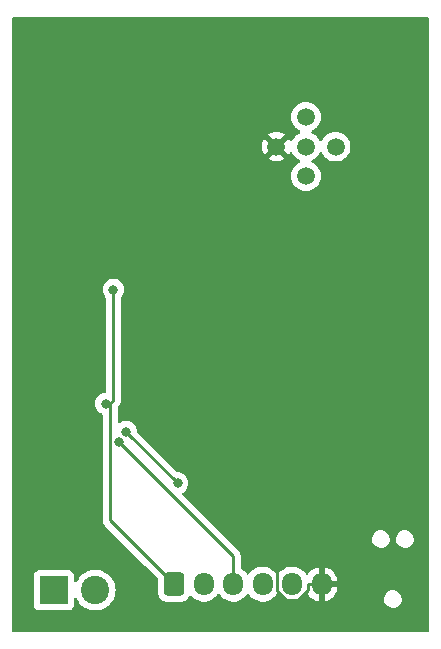
<source format=gbr>
G04 #@! TF.GenerationSoftware,KiCad,Pcbnew,7.0.5*
G04 #@! TF.CreationDate,2023-07-03T11:33:58+02:00*
G04 #@! TF.ProjectId,STM32CAN,53544d33-3243-4414-9e2e-6b696361645f,rev?*
G04 #@! TF.SameCoordinates,Original*
G04 #@! TF.FileFunction,Copper,L2,Bot*
G04 #@! TF.FilePolarity,Positive*
%FSLAX46Y46*%
G04 Gerber Fmt 4.6, Leading zero omitted, Abs format (unit mm)*
G04 Created by KiCad (PCBNEW 7.0.5) date 2023-07-03 11:33:58*
%MOMM*%
%LPD*%
G01*
G04 APERTURE LIST*
G04 Aperture macros list*
%AMRoundRect*
0 Rectangle with rounded corners*
0 $1 Rounding radius*
0 $2 $3 $4 $5 $6 $7 $8 $9 X,Y pos of 4 corners*
0 Add a 4 corners polygon primitive as box body*
4,1,4,$2,$3,$4,$5,$6,$7,$8,$9,$2,$3,0*
0 Add four circle primitives for the rounded corners*
1,1,$1+$1,$2,$3*
1,1,$1+$1,$4,$5*
1,1,$1+$1,$6,$7*
1,1,$1+$1,$8,$9*
0 Add four rect primitives between the rounded corners*
20,1,$1+$1,$2,$3,$4,$5,0*
20,1,$1+$1,$4,$5,$6,$7,0*
20,1,$1+$1,$6,$7,$8,$9,0*
20,1,$1+$1,$8,$9,$2,$3,0*%
G04 Aperture macros list end*
G04 #@! TA.AperFunction,ComponentPad*
%ADD10RoundRect,0.250000X-0.600000X-0.725000X0.600000X-0.725000X0.600000X0.725000X-0.600000X0.725000X0*%
G04 #@! TD*
G04 #@! TA.AperFunction,ComponentPad*
%ADD11O,1.700000X1.950000*%
G04 #@! TD*
G04 #@! TA.AperFunction,ComponentPad*
%ADD12R,2.400000X2.400000*%
G04 #@! TD*
G04 #@! TA.AperFunction,ComponentPad*
%ADD13C,2.400000*%
G04 #@! TD*
G04 #@! TA.AperFunction,ComponentPad*
%ADD14C,1.500000*%
G04 #@! TD*
G04 #@! TA.AperFunction,ViaPad*
%ADD15C,0.800000*%
G04 #@! TD*
G04 #@! TA.AperFunction,Conductor*
%ADD16C,0.250000*%
G04 #@! TD*
G04 APERTURE END LIST*
D10*
X29210000Y-99822000D03*
D11*
X31710000Y-99822000D03*
X34210000Y-99822000D03*
X36710000Y-99822000D03*
X39210000Y-99822000D03*
X41710000Y-99822000D03*
D12*
X19050000Y-100330000D03*
D13*
X22550000Y-100330000D03*
D14*
X42886000Y-62778000D03*
X40386000Y-60278000D03*
X37886000Y-62778000D03*
X40386000Y-65278000D03*
X40386000Y-62778000D03*
D15*
X28702000Y-74422000D03*
X19304000Y-76708000D03*
X17780000Y-81534000D03*
X16510000Y-102362000D03*
X16510000Y-87884000D03*
X16764000Y-72136000D03*
X24638000Y-72136000D03*
X38100000Y-74930000D03*
X33020000Y-53086000D03*
X33020000Y-56388000D03*
X16764000Y-53086000D03*
X49276000Y-53086000D03*
X42672000Y-92202000D03*
X41402000Y-78486000D03*
X49530000Y-74930000D03*
X49784000Y-92456000D03*
X49784000Y-102362000D03*
X25654000Y-102362000D03*
X40132000Y-96266000D03*
X36322000Y-80772000D03*
X32512000Y-86360000D03*
X35560000Y-91948000D03*
X24542500Y-87767600D03*
X29513500Y-91279100D03*
X25159800Y-86925400D03*
X26118000Y-84275000D03*
X23444000Y-84535800D03*
X24077100Y-74898000D03*
D16*
X34210000Y-97435100D02*
X24542500Y-87767600D01*
X34210000Y-99822000D02*
X34210000Y-97435100D01*
X25159800Y-86925400D02*
X29513500Y-91279100D01*
X37960000Y-96117000D02*
X26118000Y-84275000D01*
X37960000Y-100411000D02*
X37960000Y-96117000D01*
X38677800Y-101128800D02*
X37960000Y-100411000D01*
X39742100Y-101128800D02*
X38677800Y-101128800D01*
X40534700Y-100336200D02*
X39742100Y-101128800D01*
X40534700Y-99822000D02*
X40534700Y-100336200D01*
X41710000Y-99822000D02*
X40534700Y-99822000D01*
X25375200Y-75288800D02*
X37886000Y-62778000D01*
X25375200Y-81941800D02*
X25375200Y-75288800D01*
X26389600Y-82956200D02*
X25375200Y-81941800D01*
X26389600Y-84003400D02*
X26389600Y-82956200D01*
X26118000Y-84275000D02*
X26389600Y-84003400D01*
X23809100Y-94421100D02*
X23809100Y-84535800D01*
X29210000Y-99822000D02*
X23809100Y-94421100D01*
X23809100Y-84535800D02*
X23444000Y-84535800D01*
X24077100Y-84267800D02*
X24077100Y-74898000D01*
X23809100Y-84535800D02*
X24077100Y-84267800D01*
G04 #@! TA.AperFunction,Conductor*
G36*
X50743039Y-51835685D02*
G01*
X50788794Y-51888489D01*
X50800000Y-51940000D01*
X50800000Y-103762000D01*
X50780315Y-103829039D01*
X50727511Y-103874794D01*
X50676000Y-103886000D01*
X15618000Y-103886000D01*
X15550961Y-103866315D01*
X15505206Y-103813511D01*
X15494000Y-103762000D01*
X15494000Y-101578654D01*
X17341500Y-101578654D01*
X17348011Y-101639202D01*
X17348011Y-101639204D01*
X17394256Y-101763187D01*
X17399111Y-101776204D01*
X17486739Y-101893261D01*
X17603796Y-101980889D01*
X17740799Y-102031989D01*
X17768050Y-102034918D01*
X17801345Y-102038499D01*
X17801362Y-102038500D01*
X20298638Y-102038500D01*
X20298654Y-102038499D01*
X20325692Y-102035591D01*
X20359201Y-102031989D01*
X20496204Y-101980889D01*
X20613261Y-101893261D01*
X20700889Y-101776204D01*
X20751989Y-101639201D01*
X20755591Y-101605692D01*
X20758499Y-101578654D01*
X20758500Y-101578637D01*
X20758500Y-101097140D01*
X20778185Y-101030101D01*
X20830989Y-100984346D01*
X20900147Y-100974402D01*
X20963703Y-101003427D01*
X20997927Y-101051836D01*
X21006378Y-101073369D01*
X21006380Y-101073373D01*
X21026364Y-101107986D01*
X21134413Y-101295131D01*
X21209659Y-101389487D01*
X21294072Y-101495338D01*
X21449121Y-101639201D01*
X21481781Y-101669505D01*
X21693355Y-101813754D01*
X21693360Y-101813756D01*
X21693361Y-101813757D01*
X21693362Y-101813758D01*
X21743700Y-101837999D01*
X21924061Y-101924856D01*
X21924062Y-101924856D01*
X21924065Y-101924858D01*
X22168757Y-102000335D01*
X22168758Y-102000335D01*
X22168761Y-102000336D01*
X22421958Y-102038499D01*
X22421963Y-102038499D01*
X22421966Y-102038500D01*
X22421967Y-102038500D01*
X22678033Y-102038500D01*
X22678034Y-102038500D01*
X22721232Y-102031989D01*
X22931238Y-102000336D01*
X22931239Y-102000335D01*
X22931243Y-102000335D01*
X23175935Y-101924858D01*
X23406646Y-101813754D01*
X23618219Y-101669505D01*
X23805931Y-101495334D01*
X23965587Y-101295131D01*
X24093622Y-101073369D01*
X24187174Y-100835001D01*
X24244155Y-100585353D01*
X24244156Y-100585343D01*
X24263291Y-100330004D01*
X24263291Y-100329995D01*
X24244156Y-100074656D01*
X24244155Y-100074651D01*
X24244155Y-100074647D01*
X24187174Y-99824999D01*
X24093622Y-99586631D01*
X23965587Y-99364869D01*
X23805931Y-99164666D01*
X23805930Y-99164665D01*
X23805927Y-99164661D01*
X23663027Y-99032071D01*
X23618219Y-98990495D01*
X23547932Y-98942574D01*
X23406649Y-98846248D01*
X23406638Y-98846241D01*
X23175940Y-98735144D01*
X23175921Y-98735137D01*
X22931248Y-98659666D01*
X22931238Y-98659663D01*
X22678041Y-98621500D01*
X22678034Y-98621500D01*
X22421966Y-98621500D01*
X22421958Y-98621500D01*
X22168761Y-98659663D01*
X22168755Y-98659665D01*
X21924061Y-98735143D01*
X21693362Y-98846241D01*
X21693361Y-98846242D01*
X21481780Y-98990495D01*
X21294072Y-99164661D01*
X21134413Y-99364869D01*
X21006378Y-99586630D01*
X20997928Y-99608161D01*
X20955112Y-99663375D01*
X20889242Y-99686676D01*
X20821232Y-99670665D01*
X20772673Y-99620427D01*
X20758500Y-99562859D01*
X20758500Y-99081362D01*
X20758499Y-99081345D01*
X20755157Y-99050270D01*
X20751989Y-99020799D01*
X20751946Y-99020685D01*
X20719434Y-98933517D01*
X20700889Y-98883796D01*
X20613261Y-98766739D01*
X20496204Y-98679111D01*
X20481225Y-98673524D01*
X20359203Y-98628011D01*
X20298654Y-98621500D01*
X20298638Y-98621500D01*
X17801362Y-98621500D01*
X17801345Y-98621500D01*
X17740797Y-98628011D01*
X17740795Y-98628011D01*
X17603795Y-98679111D01*
X17486739Y-98766739D01*
X17399111Y-98883795D01*
X17348011Y-99020795D01*
X17348011Y-99020797D01*
X17341500Y-99081345D01*
X17341500Y-101578654D01*
X15494000Y-101578654D01*
X15494000Y-84535800D01*
X22530496Y-84535800D01*
X22550458Y-84725728D01*
X22550459Y-84725731D01*
X22609470Y-84907349D01*
X22609473Y-84907356D01*
X22704960Y-85072744D01*
X22832747Y-85214666D01*
X22987248Y-85326918D01*
X23102038Y-85378025D01*
X23155272Y-85423273D01*
X23175594Y-85490122D01*
X23175600Y-85491303D01*
X23175600Y-94337466D01*
X23173861Y-94353213D01*
X23174132Y-94353239D01*
X23173397Y-94361006D01*
X23175569Y-94430090D01*
X23175600Y-94432038D01*
X23175600Y-94460959D01*
X23176484Y-94467956D01*
X23176942Y-94473779D01*
X23178426Y-94520989D01*
X23178427Y-94520991D01*
X23184122Y-94540595D01*
X23188067Y-94559642D01*
X23190626Y-94579897D01*
X23190627Y-94579900D01*
X23190628Y-94579903D01*
X23208014Y-94623816D01*
X23209906Y-94629344D01*
X23223081Y-94674692D01*
X23233472Y-94692262D01*
X23242032Y-94709735D01*
X23249547Y-94728717D01*
X23277309Y-94766927D01*
X23280516Y-94771810D01*
X23304558Y-94812462D01*
X23304562Y-94812466D01*
X23318989Y-94826893D01*
X23331626Y-94841688D01*
X23343628Y-94858207D01*
X23380031Y-94888322D01*
X23384331Y-94892235D01*
X26794276Y-98302181D01*
X27815181Y-99323086D01*
X27848666Y-99384409D01*
X27851500Y-99410767D01*
X27851500Y-100597537D01*
X27851501Y-100597553D01*
X27862113Y-100701427D01*
X27917884Y-100869735D01*
X27917886Y-100869740D01*
X27922110Y-100876588D01*
X28010970Y-101020652D01*
X28136348Y-101146030D01*
X28287262Y-101239115D01*
X28455574Y-101294887D01*
X28559455Y-101305500D01*
X29860544Y-101305499D01*
X29964426Y-101294887D01*
X30132738Y-101239115D01*
X30283652Y-101146030D01*
X30409030Y-101020652D01*
X30500417Y-100872489D01*
X30552363Y-100825768D01*
X30621326Y-100814545D01*
X30685408Y-100842389D01*
X30695468Y-100851780D01*
X30809228Y-100970476D01*
X30995153Y-101107985D01*
X31201643Y-101212095D01*
X31422757Y-101279811D01*
X31652135Y-101309184D01*
X31883178Y-101299369D01*
X32109238Y-101250649D01*
X32323813Y-101164426D01*
X32520730Y-101043179D01*
X32694324Y-100890398D01*
X32839600Y-100710476D01*
X32853030Y-100686434D01*
X32902906Y-100637509D01*
X32971318Y-100623314D01*
X33036545Y-100648359D01*
X33064019Y-100677470D01*
X33149209Y-100803512D01*
X33149212Y-100803516D01*
X33149217Y-100803523D01*
X33309228Y-100970476D01*
X33495153Y-101107985D01*
X33701643Y-101212095D01*
X33922757Y-101279811D01*
X34152135Y-101309184D01*
X34383178Y-101299369D01*
X34609238Y-101250649D01*
X34823813Y-101164426D01*
X35020730Y-101043179D01*
X35194324Y-100890398D01*
X35339600Y-100710476D01*
X35353030Y-100686434D01*
X35402906Y-100637509D01*
X35471318Y-100623314D01*
X35536545Y-100648359D01*
X35564019Y-100677470D01*
X35649209Y-100803512D01*
X35649212Y-100803516D01*
X35649217Y-100803523D01*
X35809228Y-100970476D01*
X35995153Y-101107985D01*
X36201643Y-101212095D01*
X36422757Y-101279811D01*
X36652135Y-101309184D01*
X36883178Y-101299369D01*
X37109238Y-101250649D01*
X37323813Y-101164426D01*
X37520730Y-101043179D01*
X37694324Y-100890398D01*
X37839600Y-100710476D01*
X37853030Y-100686434D01*
X37902906Y-100637509D01*
X37971318Y-100623314D01*
X38036545Y-100648359D01*
X38064019Y-100677470D01*
X38149209Y-100803512D01*
X38149212Y-100803516D01*
X38149217Y-100803523D01*
X38309228Y-100970476D01*
X38495153Y-101107985D01*
X38701643Y-101212095D01*
X38922757Y-101279811D01*
X39152135Y-101309184D01*
X39383178Y-101299369D01*
X39609238Y-101250649D01*
X39823813Y-101164426D01*
X40020730Y-101043179D01*
X40194324Y-100890398D01*
X40339600Y-100710476D01*
X40357199Y-100678971D01*
X40407079Y-100630044D01*
X40475492Y-100615851D01*
X40540718Y-100640898D01*
X40567029Y-100668321D01*
X40671886Y-100818073D01*
X40671891Y-100818079D01*
X40838917Y-100985105D01*
X41032421Y-101120600D01*
X41246507Y-101220429D01*
X41246516Y-101220433D01*
X41460000Y-101277634D01*
X41460000Y-100230018D01*
X41574801Y-100282446D01*
X41676025Y-100297000D01*
X41743975Y-100297000D01*
X41845199Y-100282446D01*
X41960000Y-100230018D01*
X41960000Y-101277633D01*
X42173483Y-101220433D01*
X42173492Y-101220429D01*
X42355257Y-101135671D01*
X47002192Y-101135671D01*
X47032136Y-101305500D01*
X47032474Y-101307412D01*
X47101547Y-101467539D01*
X47205685Y-101607422D01*
X47205686Y-101607423D01*
X47205688Y-101607425D01*
X47277118Y-101667361D01*
X47339275Y-101719517D01*
X47495116Y-101797783D01*
X47664805Y-101838000D01*
X47664807Y-101838000D01*
X47795448Y-101838000D01*
X47795455Y-101838000D01*
X47925211Y-101822834D01*
X48089084Y-101763189D01*
X48234784Y-101667360D01*
X48354458Y-101540513D01*
X48441653Y-101389487D01*
X48491668Y-101222423D01*
X48501808Y-101048329D01*
X48471526Y-100876588D01*
X48402453Y-100716461D01*
X48298315Y-100576578D01*
X48298312Y-100576576D01*
X48298311Y-100576574D01*
X48164725Y-100464483D01*
X48164723Y-100464482D01*
X48008887Y-100386218D01*
X48008885Y-100386217D01*
X48008884Y-100386217D01*
X47839195Y-100346000D01*
X47708545Y-100346000D01*
X47607623Y-100357795D01*
X47578787Y-100361166D01*
X47578785Y-100361167D01*
X47414917Y-100420810D01*
X47414913Y-100420812D01*
X47269218Y-100516637D01*
X47269217Y-100516638D01*
X47149543Y-100643485D01*
X47149539Y-100643490D01*
X47062347Y-100794511D01*
X47012333Y-100961573D01*
X47012331Y-100961581D01*
X47002192Y-101135670D01*
X47002192Y-101135671D01*
X42355257Y-101135671D01*
X42387577Y-101120600D01*
X42387579Y-101120599D01*
X42581073Y-100985113D01*
X42581079Y-100985108D01*
X42748108Y-100818079D01*
X42748113Y-100818073D01*
X42883599Y-100624579D01*
X42883600Y-100624577D01*
X42983429Y-100410492D01*
X42983433Y-100410483D01*
X43044567Y-100182326D01*
X43044569Y-100182316D01*
X43054221Y-100072000D01*
X42113969Y-100072000D01*
X42146519Y-100021351D01*
X42185000Y-99890295D01*
X42185000Y-99753705D01*
X42146519Y-99622649D01*
X42113969Y-99572000D01*
X43054221Y-99572000D01*
X43044569Y-99461683D01*
X43044567Y-99461673D01*
X42983433Y-99233516D01*
X42983429Y-99233507D01*
X42883600Y-99019422D01*
X42883599Y-99019420D01*
X42748113Y-98825926D01*
X42748108Y-98825920D01*
X42581082Y-98658894D01*
X42387578Y-98523399D01*
X42173492Y-98423570D01*
X42173486Y-98423567D01*
X41960000Y-98366364D01*
X41960000Y-99413981D01*
X41845199Y-99361554D01*
X41743975Y-99347000D01*
X41676025Y-99347000D01*
X41574801Y-99361554D01*
X41460000Y-99413981D01*
X41460000Y-98366364D01*
X41459999Y-98366364D01*
X41246513Y-98423567D01*
X41246507Y-98423570D01*
X41032422Y-98523399D01*
X41032420Y-98523400D01*
X40838926Y-98658886D01*
X40838920Y-98658891D01*
X40671891Y-98825920D01*
X40671890Y-98825922D01*
X40566166Y-98976911D01*
X40511589Y-99020536D01*
X40442090Y-99027728D01*
X40379736Y-98996206D01*
X40361856Y-98975224D01*
X40270790Y-98840486D01*
X40270786Y-98840481D01*
X40270783Y-98840477D01*
X40110772Y-98673524D01*
X39924847Y-98536015D01*
X39924846Y-98536014D01*
X39924844Y-98536013D01*
X39718358Y-98431905D01*
X39590888Y-98392867D01*
X39497243Y-98364189D01*
X39497241Y-98364188D01*
X39497242Y-98364188D01*
X39267859Y-98334815D01*
X39036827Y-98344630D01*
X39036821Y-98344630D01*
X38810759Y-98393351D01*
X38596190Y-98479572D01*
X38399270Y-98600820D01*
X38225679Y-98753599D01*
X38225672Y-98753605D01*
X38080404Y-98933517D01*
X38080397Y-98933527D01*
X38066968Y-98957567D01*
X38017089Y-99006493D01*
X37948675Y-99020685D01*
X37883450Y-98995637D01*
X37855980Y-98966529D01*
X37770790Y-98840487D01*
X37770788Y-98840485D01*
X37770783Y-98840477D01*
X37610772Y-98673524D01*
X37424847Y-98536015D01*
X37424846Y-98536014D01*
X37424844Y-98536013D01*
X37218358Y-98431905D01*
X37090888Y-98392867D01*
X36997243Y-98364189D01*
X36997241Y-98364188D01*
X36997242Y-98364188D01*
X36767859Y-98334815D01*
X36536827Y-98344630D01*
X36536821Y-98344630D01*
X36310759Y-98393351D01*
X36096190Y-98479572D01*
X35899270Y-98600820D01*
X35725679Y-98753599D01*
X35725672Y-98753605D01*
X35580404Y-98933517D01*
X35580397Y-98933527D01*
X35566968Y-98957567D01*
X35517089Y-99006493D01*
X35448675Y-99020685D01*
X35383450Y-98995637D01*
X35355980Y-98966529D01*
X35270790Y-98840487D01*
X35270788Y-98840485D01*
X35270783Y-98840477D01*
X35110772Y-98673524D01*
X35012471Y-98600821D01*
X34924853Y-98536019D01*
X34924851Y-98536018D01*
X34924847Y-98536015D01*
X34911672Y-98529372D01*
X34860675Y-98481615D01*
X34843500Y-98418651D01*
X34843500Y-97518732D01*
X34845239Y-97502980D01*
X34844968Y-97502955D01*
X34845702Y-97495193D01*
X34843531Y-97426095D01*
X34843500Y-97424147D01*
X34843500Y-97395247D01*
X34843500Y-97395244D01*
X34842614Y-97388241D01*
X34842157Y-97382422D01*
X34840674Y-97335213D01*
X34840674Y-97335211D01*
X34834974Y-97315592D01*
X34831031Y-97296546D01*
X34828474Y-97276304D01*
X34828474Y-97276303D01*
X34811081Y-97232374D01*
X34809204Y-97226892D01*
X34796019Y-97181507D01*
X34785620Y-97163924D01*
X34777066Y-97146463D01*
X34769552Y-97127483D01*
X34741793Y-97089276D01*
X34738586Y-97084394D01*
X34714544Y-97043741D01*
X34714543Y-97043740D01*
X34714542Y-97043738D01*
X34700108Y-97029304D01*
X34687471Y-97014509D01*
X34675472Y-96997993D01*
X34675470Y-96997990D01*
X34639073Y-96967881D01*
X34634751Y-96963947D01*
X33726475Y-96055671D01*
X45986192Y-96055671D01*
X46001487Y-96142418D01*
X46016474Y-96227412D01*
X46085547Y-96387539D01*
X46189685Y-96527422D01*
X46189686Y-96527423D01*
X46189688Y-96527425D01*
X46261118Y-96587361D01*
X46323275Y-96639517D01*
X46479116Y-96717783D01*
X46648805Y-96758000D01*
X46648807Y-96758000D01*
X46779448Y-96758000D01*
X46779455Y-96758000D01*
X46909211Y-96742834D01*
X47073084Y-96683189D01*
X47218784Y-96587360D01*
X47338458Y-96460513D01*
X47425653Y-96309487D01*
X47475668Y-96142423D01*
X47480721Y-96055671D01*
X48018192Y-96055671D01*
X48033487Y-96142418D01*
X48048474Y-96227412D01*
X48117547Y-96387539D01*
X48221685Y-96527422D01*
X48221686Y-96527423D01*
X48221688Y-96527425D01*
X48293118Y-96587361D01*
X48355275Y-96639517D01*
X48511116Y-96717783D01*
X48680805Y-96758000D01*
X48680807Y-96758000D01*
X48811448Y-96758000D01*
X48811455Y-96758000D01*
X48941211Y-96742834D01*
X49105084Y-96683189D01*
X49250784Y-96587360D01*
X49370458Y-96460513D01*
X49457653Y-96309487D01*
X49507668Y-96142423D01*
X49517808Y-95968329D01*
X49487526Y-95796588D01*
X49418453Y-95636461D01*
X49314315Y-95496578D01*
X49314312Y-95496576D01*
X49314311Y-95496574D01*
X49180725Y-95384483D01*
X49180723Y-95384482D01*
X49024887Y-95306218D01*
X49024885Y-95306217D01*
X49024884Y-95306217D01*
X48855195Y-95266000D01*
X48724545Y-95266000D01*
X48623623Y-95277795D01*
X48594787Y-95281166D01*
X48594785Y-95281167D01*
X48430917Y-95340810D01*
X48430913Y-95340812D01*
X48285218Y-95436637D01*
X48285217Y-95436638D01*
X48165543Y-95563485D01*
X48165539Y-95563490D01*
X48078347Y-95714511D01*
X48028333Y-95881573D01*
X48028331Y-95881581D01*
X48018192Y-96055670D01*
X48018192Y-96055671D01*
X47480721Y-96055671D01*
X47485808Y-95968329D01*
X47455526Y-95796588D01*
X47386453Y-95636461D01*
X47282315Y-95496578D01*
X47282312Y-95496576D01*
X47282311Y-95496574D01*
X47148725Y-95384483D01*
X47148723Y-95384482D01*
X46992887Y-95306218D01*
X46992885Y-95306217D01*
X46992884Y-95306217D01*
X46823195Y-95266000D01*
X46692545Y-95266000D01*
X46591623Y-95277795D01*
X46562787Y-95281166D01*
X46562785Y-95281167D01*
X46398917Y-95340810D01*
X46398913Y-95340812D01*
X46253218Y-95436637D01*
X46253217Y-95436638D01*
X46133543Y-95563485D01*
X46133539Y-95563490D01*
X46046347Y-95714511D01*
X45996333Y-95881573D01*
X45996331Y-95881581D01*
X45986192Y-96055670D01*
X45986192Y-96055671D01*
X33726475Y-96055671D01*
X29939194Y-92268390D01*
X29905709Y-92207067D01*
X29910693Y-92137375D01*
X29952565Y-92081442D01*
X29964880Y-92073319D01*
X29970240Y-92070223D01*
X29970252Y-92070218D01*
X30124753Y-91957966D01*
X30252540Y-91816044D01*
X30348027Y-91650656D01*
X30407042Y-91469028D01*
X30427004Y-91279100D01*
X30407042Y-91089172D01*
X30348027Y-90907544D01*
X30252540Y-90742156D01*
X30124753Y-90600234D01*
X29970252Y-90487982D01*
X29795788Y-90410306D01*
X29795786Y-90410305D01*
X29608987Y-90370600D01*
X29552266Y-90370600D01*
X29485227Y-90350915D01*
X29464585Y-90334281D01*
X26106420Y-86976115D01*
X26072935Y-86914792D01*
X26070782Y-86901412D01*
X26053342Y-86735472D01*
X25994327Y-86553844D01*
X25898840Y-86388456D01*
X25771053Y-86246534D01*
X25616552Y-86134282D01*
X25442088Y-86056606D01*
X25442086Y-86056605D01*
X25255287Y-86016900D01*
X25064313Y-86016900D01*
X24877514Y-86056605D01*
X24703046Y-86134283D01*
X24639486Y-86180463D01*
X24573679Y-86203943D01*
X24505625Y-86188118D01*
X24456931Y-86138012D01*
X24442600Y-86080145D01*
X24442600Y-84852497D01*
X24462285Y-84785458D01*
X24479438Y-84766113D01*
X24478775Y-84765491D01*
X24498693Y-84744277D01*
X24531493Y-84709349D01*
X24532765Y-84708037D01*
X24553234Y-84687570D01*
X24557563Y-84681987D01*
X24561342Y-84677563D01*
X24593686Y-84643121D01*
X24603523Y-84625224D01*
X24614197Y-84608974D01*
X24626713Y-84592841D01*
X24645472Y-84549489D01*
X24648033Y-84544262D01*
X24670795Y-84502860D01*
X24675874Y-84483074D01*
X24682172Y-84464682D01*
X24690281Y-84445945D01*
X24697669Y-84399297D01*
X24698851Y-84393586D01*
X24710600Y-84347830D01*
X24710600Y-84327414D01*
X24712127Y-84308014D01*
X24715320Y-84287857D01*
X24710875Y-84240833D01*
X24710600Y-84234995D01*
X24710600Y-75599756D01*
X24730285Y-75532717D01*
X24742446Y-75516788D01*
X24816140Y-75434944D01*
X24911627Y-75269556D01*
X24970642Y-75087928D01*
X24990604Y-74898000D01*
X24970642Y-74708072D01*
X24911627Y-74526444D01*
X24816140Y-74361056D01*
X24688353Y-74219134D01*
X24533852Y-74106882D01*
X24359388Y-74029206D01*
X24359386Y-74029205D01*
X24172587Y-73989500D01*
X23981613Y-73989500D01*
X23794814Y-74029205D01*
X23620346Y-74106883D01*
X23465845Y-74219135D01*
X23338059Y-74361057D01*
X23242573Y-74526443D01*
X23242570Y-74526450D01*
X23183559Y-74708068D01*
X23183558Y-74708072D01*
X23163596Y-74898000D01*
X23183558Y-75087928D01*
X23183559Y-75087931D01*
X23242570Y-75269549D01*
X23242573Y-75269556D01*
X23338060Y-75434944D01*
X23403922Y-75508091D01*
X23411749Y-75516784D01*
X23441979Y-75579775D01*
X23443599Y-75599756D01*
X23443600Y-83506675D01*
X23423915Y-83573714D01*
X23371111Y-83619469D01*
X23345381Y-83627965D01*
X23161714Y-83667005D01*
X22987246Y-83744683D01*
X22832745Y-83856935D01*
X22704959Y-83998857D01*
X22609473Y-84164243D01*
X22609470Y-84164250D01*
X22556455Y-84327415D01*
X22550458Y-84345872D01*
X22530496Y-84535800D01*
X15494000Y-84535800D01*
X15494000Y-62778000D01*
X36631225Y-62778000D01*
X36650287Y-62995884D01*
X36650289Y-62995894D01*
X36706894Y-63207150D01*
X36706898Y-63207159D01*
X36799335Y-63405391D01*
X36842873Y-63467571D01*
X36842875Y-63467572D01*
X37402923Y-62907523D01*
X37426507Y-62987844D01*
X37504239Y-63108798D01*
X37612900Y-63202952D01*
X37743685Y-63262680D01*
X37753466Y-63264086D01*
X37196426Y-63821124D01*
X37258611Y-63864666D01*
X37258613Y-63864667D01*
X37456840Y-63957101D01*
X37456849Y-63957105D01*
X37668105Y-64013710D01*
X37668115Y-64013712D01*
X37885999Y-64032775D01*
X37886001Y-64032775D01*
X38103884Y-64013712D01*
X38103894Y-64013710D01*
X38315150Y-63957105D01*
X38315159Y-63957101D01*
X38513387Y-63864666D01*
X38575572Y-63821124D01*
X38018534Y-63264086D01*
X38028315Y-63262680D01*
X38159100Y-63202952D01*
X38267761Y-63108798D01*
X38345493Y-62987844D01*
X38369076Y-62907524D01*
X38929124Y-63467572D01*
X38972666Y-63405387D01*
X39018929Y-63306178D01*
X39065101Y-63253739D01*
X39132295Y-63234587D01*
X39199176Y-63254803D01*
X39243693Y-63306179D01*
X39291944Y-63409654D01*
X39418251Y-63590038D01*
X39573962Y-63745749D01*
X39754346Y-63872056D01*
X39847766Y-63915618D01*
X39900205Y-63961790D01*
X39919357Y-64028984D01*
X39899141Y-64095865D01*
X39847766Y-64140382D01*
X39754346Y-64183944D01*
X39754342Y-64183946D01*
X39573967Y-64310247D01*
X39573960Y-64310252D01*
X39418252Y-64465960D01*
X39418247Y-64465967D01*
X39291946Y-64646342D01*
X39291944Y-64646346D01*
X39198881Y-64845920D01*
X39141885Y-65058627D01*
X39141884Y-65058634D01*
X39122693Y-65277997D01*
X39122693Y-65278000D01*
X39141885Y-65497371D01*
X39198880Y-65710076D01*
X39291944Y-65909654D01*
X39418251Y-66090038D01*
X39573962Y-66245749D01*
X39754346Y-66372056D01*
X39953924Y-66465120D01*
X40166629Y-66522115D01*
X40323322Y-66535823D01*
X40385998Y-66541307D01*
X40386000Y-66541307D01*
X40386002Y-66541307D01*
X40440842Y-66536509D01*
X40605371Y-66522115D01*
X40818076Y-66465120D01*
X41017654Y-66372056D01*
X41198038Y-66245749D01*
X41353749Y-66090038D01*
X41480056Y-65909654D01*
X41573120Y-65710076D01*
X41630115Y-65497371D01*
X41649307Y-65278000D01*
X41630115Y-65058629D01*
X41573120Y-64845924D01*
X41480056Y-64646347D01*
X41480054Y-64646344D01*
X41480053Y-64646342D01*
X41416902Y-64556154D01*
X41353749Y-64465962D01*
X41198038Y-64310251D01*
X41017654Y-64183944D01*
X40924233Y-64140381D01*
X40871794Y-64094210D01*
X40852642Y-64027017D01*
X40872857Y-63960136D01*
X40924234Y-63915618D01*
X41017654Y-63872056D01*
X41198038Y-63745749D01*
X41353749Y-63590038D01*
X41480056Y-63409654D01*
X41523618Y-63316233D01*
X41569790Y-63263794D01*
X41636983Y-63244642D01*
X41703864Y-63264857D01*
X41748381Y-63316233D01*
X41791944Y-63409654D01*
X41918251Y-63590038D01*
X42073962Y-63745749D01*
X42254346Y-63872056D01*
X42453924Y-63965120D01*
X42666629Y-64022115D01*
X42823322Y-64035823D01*
X42885998Y-64041307D01*
X42886000Y-64041307D01*
X42886002Y-64041307D01*
X42940842Y-64036509D01*
X43105371Y-64022115D01*
X43318076Y-63965120D01*
X43517654Y-63872056D01*
X43698038Y-63745749D01*
X43853749Y-63590038D01*
X43980056Y-63409654D01*
X44073120Y-63210076D01*
X44130115Y-62997371D01*
X44149307Y-62778000D01*
X44130115Y-62558629D01*
X44073120Y-62345924D01*
X43980056Y-62146347D01*
X43980054Y-62146344D01*
X43980053Y-62146342D01*
X43916902Y-62056154D01*
X43853749Y-61965962D01*
X43698038Y-61810251D01*
X43517654Y-61683944D01*
X43517650Y-61683942D01*
X43318081Y-61590882D01*
X43318079Y-61590881D01*
X43318076Y-61590880D01*
X43136735Y-61542289D01*
X43105372Y-61533885D01*
X43105365Y-61533884D01*
X42886002Y-61514693D01*
X42885998Y-61514693D01*
X42666634Y-61533884D01*
X42666627Y-61533885D01*
X42453920Y-61590881D01*
X42254346Y-61683944D01*
X42254342Y-61683946D01*
X42073967Y-61810247D01*
X42073960Y-61810252D01*
X41918252Y-61965960D01*
X41918247Y-61965967D01*
X41791946Y-62146342D01*
X41791944Y-62146346D01*
X41748382Y-62239766D01*
X41702210Y-62292205D01*
X41635016Y-62311357D01*
X41568135Y-62291141D01*
X41523618Y-62239766D01*
X41482046Y-62150615D01*
X41480056Y-62146347D01*
X41480054Y-62146344D01*
X41480053Y-62146342D01*
X41416902Y-62056154D01*
X41353749Y-61965962D01*
X41198038Y-61810251D01*
X41017654Y-61683944D01*
X40924233Y-61640381D01*
X40871794Y-61594210D01*
X40852642Y-61527017D01*
X40872857Y-61460136D01*
X40924234Y-61415618D01*
X41017654Y-61372056D01*
X41198038Y-61245749D01*
X41353749Y-61090038D01*
X41480056Y-60909654D01*
X41573120Y-60710076D01*
X41630115Y-60497371D01*
X41649307Y-60278000D01*
X41630115Y-60058629D01*
X41573120Y-59845924D01*
X41480056Y-59646347D01*
X41480054Y-59646344D01*
X41480053Y-59646342D01*
X41416902Y-59556154D01*
X41353749Y-59465962D01*
X41198038Y-59310251D01*
X41017654Y-59183944D01*
X41017650Y-59183942D01*
X40818081Y-59090882D01*
X40818079Y-59090881D01*
X40818076Y-59090880D01*
X40666777Y-59050339D01*
X40605372Y-59033885D01*
X40605365Y-59033884D01*
X40386002Y-59014693D01*
X40385998Y-59014693D01*
X40166634Y-59033884D01*
X40166627Y-59033885D01*
X39953920Y-59090881D01*
X39754346Y-59183944D01*
X39754342Y-59183946D01*
X39573967Y-59310247D01*
X39573960Y-59310252D01*
X39418252Y-59465960D01*
X39418247Y-59465967D01*
X39291946Y-59646342D01*
X39291944Y-59646346D01*
X39198881Y-59845920D01*
X39141885Y-60058627D01*
X39141884Y-60058634D01*
X39122693Y-60277997D01*
X39122693Y-60278000D01*
X39141885Y-60497371D01*
X39198880Y-60710076D01*
X39291944Y-60909654D01*
X39418251Y-61090038D01*
X39573962Y-61245749D01*
X39754346Y-61372056D01*
X39847766Y-61415618D01*
X39900205Y-61461790D01*
X39919357Y-61528984D01*
X39899141Y-61595865D01*
X39847766Y-61640382D01*
X39754346Y-61683944D01*
X39754342Y-61683946D01*
X39573967Y-61810247D01*
X39573960Y-61810252D01*
X39418252Y-61965960D01*
X39418247Y-61965967D01*
X39291946Y-62146342D01*
X39291944Y-62146346D01*
X39243693Y-62249822D01*
X39197521Y-62302261D01*
X39130327Y-62321413D01*
X39063446Y-62301197D01*
X39018929Y-62249822D01*
X38972668Y-62150615D01*
X38929123Y-62088428D01*
X38369076Y-62648475D01*
X38345493Y-62568156D01*
X38267761Y-62447202D01*
X38159100Y-62353048D01*
X38028315Y-62293320D01*
X38018533Y-62291913D01*
X38575572Y-61734874D01*
X38575571Y-61734873D01*
X38513391Y-61691335D01*
X38315159Y-61598898D01*
X38315150Y-61598894D01*
X38103894Y-61542289D01*
X38103884Y-61542287D01*
X37886001Y-61523225D01*
X37885999Y-61523225D01*
X37668115Y-61542287D01*
X37668105Y-61542289D01*
X37456849Y-61598894D01*
X37456840Y-61598898D01*
X37258614Y-61691332D01*
X37258612Y-61691333D01*
X37196428Y-61734875D01*
X37196427Y-61734875D01*
X37753467Y-62291913D01*
X37743685Y-62293320D01*
X37612900Y-62353048D01*
X37504239Y-62447202D01*
X37426507Y-62568156D01*
X37402923Y-62648475D01*
X36842875Y-62088427D01*
X36842875Y-62088428D01*
X36799333Y-62150612D01*
X36799332Y-62150614D01*
X36706898Y-62348840D01*
X36706894Y-62348849D01*
X36650289Y-62560105D01*
X36650287Y-62560115D01*
X36631225Y-62777999D01*
X36631225Y-62778000D01*
X15494000Y-62778000D01*
X15494000Y-51940000D01*
X15513685Y-51872961D01*
X15566489Y-51827206D01*
X15618000Y-51816000D01*
X50676000Y-51816000D01*
X50743039Y-51835685D01*
G37*
G04 #@! TD.AperFunction*
M02*

</source>
